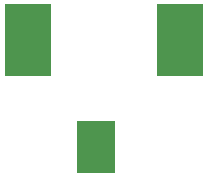
<source format=gbr>
%TF.GenerationSoftware,KiCad,Pcbnew,7.0.7*%
%TF.CreationDate,2023-09-19T13:24:35+02:00*%
%TF.ProjectId,PiFencePCB,50694665-6e63-4655-9043-422e6b696361,0.1*%
%TF.SameCoordinates,Original*%
%TF.FileFunction,Paste,Top*%
%TF.FilePolarity,Positive*%
%FSLAX46Y46*%
G04 Gerber Fmt 4.6, Leading zero omitted, Abs format (unit mm)*
G04 Created by KiCad (PCBNEW 7.0.7) date 2023-09-19 13:24:35*
%MOMM*%
%LPD*%
G01*
G04 APERTURE LIST*
%ADD10R,3.300000X4.400000*%
%ADD11R,3.900000X6.200000*%
G04 APERTURE END LIST*
D10*
%TO.C,J1*%
X111060000Y-66150000D03*
D11*
X118210000Y-57150000D03*
X105310000Y-57150000D03*
%TD*%
M02*

</source>
